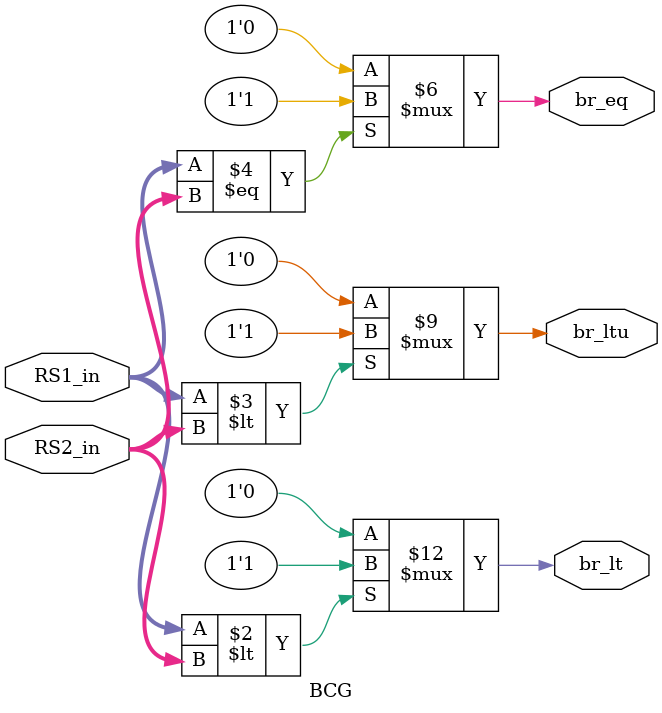
<source format=sv>
`timescale 1ns / 1ps
module BCG(
    input logic [31:0] RS1_in, RS2_in,
    output logic br_eq, br_lt, br_ltu);
    always_comb begin
       if ($signed(RS1_in) < $signed(RS2_in)) 
            br_lt = 1;
       else
            br_lt = 0;
        
       if (RS1_in < RS2_in) 
            br_ltu = 1;
       else 
            br_ltu = 0;
            
      if(RS1_in == RS2_in)
            br_eq = 1;
      else 
            br_eq = 0;
    end
endmodule
</source>
